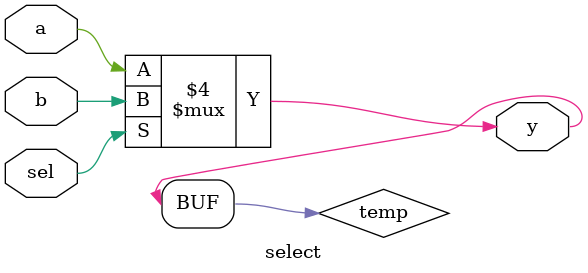
<source format=sv>
`timescale 1ns / 1ps


module select(
    
    input a , b, sel,
    output y    
    
);

    logic temp;
       
    always@(*)
    begin
        if (sel == 1'b0)
        temp = a;
        else
        temp = b;
    end

    assign y = temp;

endmodule

</source>
